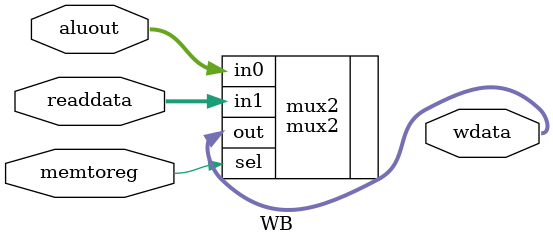
<source format=v>
`timescale 1ns / 1ps


module WB (
    input  wire        memtoreg,
    input  wire [31:0] readdata,
    input  wire [31:0] aluout,
    output wire [31:0] wdata
);

mux2 mux2 (
    .in0 (aluout),
    .in1 (readdata),
    .sel (memtoreg),
    .out (wdata)
);

endmodule

</source>
